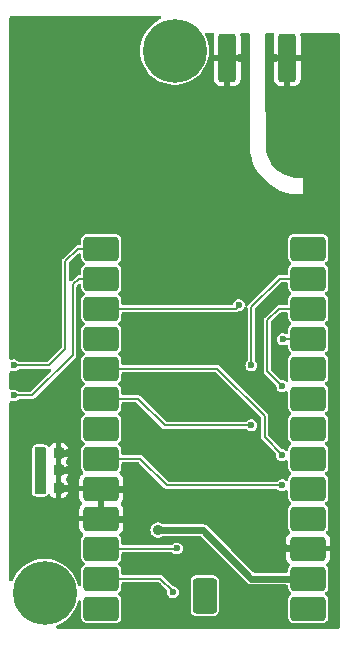
<source format=gbr>
%TF.GenerationSoftware,KiCad,Pcbnew,8.0.5*%
%TF.CreationDate,2024-10-25T02:08:45-07:00*%
%TF.ProjectId,ChungRF,4368756e-6752-4462-9e6b-696361645f70,R3*%
%TF.SameCoordinates,Original*%
%TF.FileFunction,Copper,L4,Bot*%
%TF.FilePolarity,Positive*%
%FSLAX46Y46*%
G04 Gerber Fmt 4.6, Leading zero omitted, Abs format (unit mm)*
G04 Created by KiCad (PCBNEW 8.0.5) date 2024-10-25 02:08:45*
%MOMM*%
%LPD*%
G01*
G04 APERTURE LIST*
G04 Aperture macros list*
%AMRoundRect*
0 Rectangle with rounded corners*
0 $1 Rounding radius*
0 $2 $3 $4 $5 $6 $7 $8 $9 X,Y pos of 4 corners*
0 Add a 4 corners polygon primitive as box body*
4,1,4,$2,$3,$4,$5,$6,$7,$8,$9,$2,$3,0*
0 Add four circle primitives for the rounded corners*
1,1,$1+$1,$2,$3*
1,1,$1+$1,$4,$5*
1,1,$1+$1,$6,$7*
1,1,$1+$1,$8,$9*
0 Add four rect primitives between the rounded corners*
20,1,$1+$1,$2,$3,$4,$5,0*
20,1,$1+$1,$4,$5,$6,$7,0*
20,1,$1+$1,$6,$7,$8,$9,0*
20,1,$1+$1,$8,$9,$2,$3,0*%
G04 Aperture macros list end*
%TA.AperFunction,ComponentPad*%
%ADD10C,0.800000*%
%TD*%
%TA.AperFunction,ComponentPad*%
%ADD11C,5.400000*%
%TD*%
%TA.AperFunction,SMDPad,CuDef*%
%ADD12RoundRect,0.228000X-0.532000X-1.802000X0.532000X-1.802000X0.532000X1.802000X-0.532000X1.802000X0*%
%TD*%
%TA.AperFunction,SMDPad,CuDef*%
%ADD13RoundRect,0.225000X-0.225000X-0.250000X0.225000X-0.250000X0.225000X0.250000X-0.225000X0.250000X0*%
%TD*%
%TA.AperFunction,SMDPad,CuDef*%
%ADD14RoundRect,0.250000X1.250000X-0.750000X1.250000X0.750000X-1.250000X0.750000X-1.250000X-0.750000X0*%
%TD*%
%TA.AperFunction,SMDPad,CuDef*%
%ADD15RoundRect,0.250000X-0.750000X-1.250000X0.750000X-1.250000X0.750000X1.250000X-0.750000X1.250000X0*%
%TD*%
%TA.AperFunction,ViaPad*%
%ADD16C,0.700000*%
%TD*%
%TA.AperFunction,ViaPad*%
%ADD17C,0.600000*%
%TD*%
%TA.AperFunction,ViaPad*%
%ADD18C,0.900000*%
%TD*%
%TA.AperFunction,Conductor*%
%ADD19C,0.200000*%
%TD*%
%TA.AperFunction,Conductor*%
%ADD20C,0.190000*%
%TD*%
%TA.AperFunction,Conductor*%
%ADD21C,0.600000*%
%TD*%
G04 APERTURE END LIST*
D10*
%TO.P,H1,1*%
%TO.N,N/C*%
X163524082Y-64650000D03*
X164117191Y-63218109D03*
X164117191Y-66081891D03*
X165549082Y-62625000D03*
D11*
X165549082Y-64650000D03*
D10*
X165549082Y-66675000D03*
X166980973Y-63218109D03*
X166980973Y-66081891D03*
X167574082Y-64650000D03*
%TD*%
%TO.P,H2,1*%
%TO.N,N/C*%
X152516891Y-110598109D03*
X153110000Y-109166218D03*
X153110000Y-112030000D03*
X154541891Y-108573109D03*
D11*
X154541891Y-110598109D03*
D10*
X154541891Y-112623109D03*
X155973782Y-109166218D03*
X155973782Y-112030000D03*
X156566891Y-110598109D03*
%TD*%
D12*
%TO.P,J2,2,Ext*%
%TO.N,GND*%
X170024984Y-65250000D03*
X175104984Y-65250000D03*
%TD*%
D13*
%TO.P,C3,1*%
%TO.N,VBUS*%
X154175000Y-98691410D03*
%TO.P,C3,2*%
%TO.N,GND*%
X155725000Y-98691410D03*
%TD*%
%TO.P,C2,1*%
%TO.N,VBUS*%
X154175000Y-100181410D03*
%TO.P,C2,2*%
%TO.N,GND*%
X155725000Y-100181410D03*
%TD*%
%TO.P,C1,1*%
%TO.N,VBUS*%
X154175000Y-101691410D03*
%TO.P,C1,2*%
%TO.N,GND*%
X155725000Y-101691410D03*
%TD*%
D14*
%TO.P,U1,1,USB_D+*%
%TO.N,unconnected-(U1-USB_D+-Pad1)*%
X159350000Y-111890000D03*
%TO.P,U1,2,D0*%
%TO.N,/CARFIO_SCL*%
X159350000Y-109350000D03*
%TO.P,U1,3,D1*%
%TO.N,/CARFIO_SDA*%
X159350000Y-106810000D03*
%TO.P,U1,4,GND*%
%TO.N,GND*%
X159350000Y-104270000D03*
%TO.P,U1,5,GND*%
X159350000Y-101730000D03*
%TO.P,U1,6,D2*%
%TO.N,/DIO1*%
X159350000Y-99190000D03*
%TO.P,U1,7,D3*%
%TO.N,unconnected-(U1-D3-Pad7)*%
X159350000Y-96650000D03*
%TO.P,U1,8,D4*%
%TO.N,/NRST*%
X159350000Y-94110000D03*
%TO.P,U1,9,D5*%
%TO.N,/BUSY*%
X159350000Y-91570000D03*
%TO.P,U1,10,D6*%
%TO.N,unconnected-(U1-D6-Pad10)*%
X159350000Y-89030000D03*
%TO.P,U1,11,D7*%
%TO.N,/NSS*%
X159350000Y-86490000D03*
%TO.P,U1,12,D8*%
%TO.N,/TXEN*%
X159350000Y-83950000D03*
%TO.P,U1,13,D9*%
%TO.N,/RXEN*%
X159350000Y-81410000D03*
%TO.P,U1,14,D10*%
%TO.N,unconnected-(U1-D10-Pad14)*%
X176850000Y-81410000D03*
%TO.P,U1,15,MOSI*%
%TO.N,/MOSI*%
X176850000Y-83950000D03*
%TO.P,U1,16,MISO*%
%TO.N,/MISO*%
X176850000Y-86490000D03*
%TO.P,U1,17,SCK*%
%TO.N,/SCK*%
X176850000Y-89030000D03*
%TO.P,U1,18,A0*%
%TO.N,unconnected-(U1-A0-Pad18)*%
X176850000Y-91570000D03*
%TO.P,U1,19,A1*%
%TO.N,unconnected-(U1-A1-Pad19)*%
X176850000Y-94110000D03*
%TO.P,U1,20,A2*%
%TO.N,unconnected-(U1-A2-Pad20)*%
X176850000Y-96650000D03*
%TO.P,U1,21,A3*%
%TO.N,unconnected-(U1-A3-Pad21)*%
X176850000Y-99190000D03*
%TO.P,U1,22,3v3*%
%TO.N,unconnected-(U1-3v3-Pad22)*%
X176850000Y-101730000D03*
%TO.P,U1,23,~{RESET}*%
%TO.N,unconnected-(U1-~{RESET}-Pad23)*%
X176850000Y-104270000D03*
%TO.P,U1,24,GND*%
%TO.N,GND*%
X176850000Y-106810000D03*
%TO.P,U1,25,RAW*%
%TO.N,VBUS*%
X176850000Y-109350000D03*
%TO.P,U1,26,USB_D-*%
%TO.N,unconnected-(U1-USB_D--Pad26)*%
X176850000Y-111890000D03*
D15*
%TO.P,U1,JMP,JMP*%
%TO.N,unconnected-(U1-PadJMP)*%
X168100000Y-110790000D03*
%TD*%
D16*
%TO.N,GND*%
X174000000Y-97150000D03*
D17*
%TO.N,/NSS*%
X171000000Y-86200000D03*
D16*
%TO.N,GND*%
X151919082Y-92550000D03*
X157100000Y-83050000D03*
D18*
X156700000Y-94050000D03*
D16*
X174600000Y-87800000D03*
D17*
%TO.N,/TXEN*%
X151950000Y-93850000D03*
%TO.N,/RXEN*%
X151951410Y-91301410D03*
D16*
%TO.N,GND*%
X178850000Y-112950000D03*
X161500000Y-112700000D03*
X174600000Y-85200000D03*
D18*
X174000000Y-94000000D03*
X174000000Y-79000000D03*
D17*
%TO.N,/SCK*%
X174700000Y-89100000D03*
%TO.N,/MISO*%
X174675000Y-93075000D03*
%TO.N,/MOSI*%
X172050000Y-91301410D03*
%TO.N,/BUSY*%
X174650000Y-98921410D03*
%TO.N,/NRST*%
X172050000Y-96381410D03*
%TO.N,/DIO1*%
X174650000Y-101461410D03*
D16*
%TO.N,GND*%
X171466310Y-71807946D03*
D18*
X174600000Y-104001410D03*
D16*
X174797501Y-77031690D03*
X174200000Y-74050000D03*
D18*
X164000000Y-99000000D03*
X169000000Y-89000000D03*
X164000000Y-69000000D03*
X178600000Y-63900000D03*
X161500000Y-104270000D03*
D16*
X173663660Y-70800000D03*
X173663660Y-68100000D03*
D18*
X152300000Y-82000000D03*
X159000000Y-74000000D03*
X175649082Y-78671410D03*
X164000000Y-79000000D03*
X169000000Y-74000000D03*
X169000000Y-69000000D03*
X174725000Y-106800000D03*
X159000000Y-69000000D03*
X159000000Y-62600000D03*
X164000000Y-89000000D03*
D16*
X171466310Y-69107946D03*
X175650000Y-77250000D03*
X171466310Y-70907946D03*
D18*
X170024984Y-68150000D03*
X166700000Y-112700000D03*
D16*
X174850000Y-74600000D03*
X175650000Y-74900000D03*
X171790200Y-74305988D03*
D18*
X164000000Y-74000000D03*
X164000000Y-104000000D03*
X169000000Y-94000000D03*
X164000000Y-84000000D03*
X155449082Y-73571410D03*
D16*
X171551807Y-73500802D03*
X173302284Y-76284240D03*
X174014984Y-65250000D03*
D18*
X155449082Y-76171410D03*
X155449082Y-104071410D03*
X169000000Y-108000000D03*
X161500000Y-101730000D03*
X169000000Y-84000000D03*
D16*
X172680585Y-75720756D03*
X173663660Y-69000000D03*
D18*
X175649082Y-73571410D03*
X169000000Y-79000000D03*
X152300000Y-108000000D03*
X164049082Y-110095000D03*
D16*
X171100000Y-65250000D03*
D18*
X157000000Y-101691410D03*
X156700000Y-100181410D03*
X175104984Y-68150000D03*
D16*
X172170973Y-75054072D03*
D18*
X155449082Y-78671410D03*
X178650000Y-69000000D03*
D16*
X171466310Y-68207946D03*
D18*
X174000000Y-112800000D03*
D16*
X173800000Y-73350000D03*
D18*
X164000000Y-94000000D03*
D16*
X173663660Y-72557437D03*
X173663660Y-71700000D03*
X174015702Y-76726063D03*
D18*
X153900000Y-62600000D03*
X156700000Y-98691410D03*
D16*
X171466310Y-72665383D03*
X173663660Y-69900000D03*
X171466310Y-70007946D03*
D18*
X169000000Y-99000000D03*
X169000000Y-104000000D03*
X159000000Y-79000000D03*
X155449082Y-88771410D03*
X152300000Y-69000000D03*
X155449082Y-86271410D03*
X152400000Y-64000000D03*
D17*
%TO.N,/CARFIO_SCL*%
X165400000Y-110500000D03*
%TO.N,/CARFIO_SDA*%
X165750000Y-106800000D03*
D18*
%TO.N,VBUS*%
X164150000Y-105250000D03*
X154150000Y-99400000D03*
X154150000Y-100950000D03*
D16*
%TO.N,GND*%
X174000000Y-100400000D03*
%TD*%
D19*
%TO.N,/NRST*%
X164706410Y-96381410D02*
X162435000Y-94110000D01*
X172050000Y-96381410D02*
X164706410Y-96381410D01*
X162435000Y-94110000D02*
X159350000Y-94110000D01*
%TO.N,/BUSY*%
X169170000Y-91570000D02*
X159350000Y-91570000D01*
X173200000Y-95600000D02*
X169170000Y-91570000D01*
X174650000Y-98850000D02*
X173200000Y-97400000D01*
X173200000Y-97400000D02*
X173200000Y-95600000D01*
X174650000Y-98921410D02*
X174650000Y-98850000D01*
D20*
%TO.N,/NSS*%
X170710000Y-86490000D02*
X159350000Y-86490000D01*
X171000000Y-86200000D02*
X170710000Y-86490000D01*
D19*
%TO.N,/MOSI*%
X174450000Y-83950000D02*
X176850000Y-83950000D01*
X172050000Y-86350000D02*
X174450000Y-83950000D01*
X172050000Y-91301410D02*
X172050000Y-86350000D01*
%TO.N,/DIO1*%
X162640000Y-99190000D02*
X159350000Y-99190000D01*
X164911410Y-101461410D02*
X162640000Y-99190000D01*
X174650000Y-101461410D02*
X164911410Y-101461410D01*
D20*
%TO.N,/CARFIO_SCL*%
X164357672Y-109350000D02*
X159350000Y-109350000D01*
X165400000Y-110500000D02*
X165400000Y-110392328D01*
X165400000Y-110392328D02*
X164357672Y-109350000D01*
D21*
%TO.N,VBUS*%
X167950000Y-105250000D02*
X172050000Y-109350000D01*
X172050000Y-109350000D02*
X176850000Y-109350000D01*
X164150000Y-105250000D02*
X167950000Y-105250000D01*
D19*
%TO.N,/SCK*%
X174770000Y-89030000D02*
X176850000Y-89030000D01*
X174700000Y-89100000D02*
X174770000Y-89030000D01*
%TO.N,/MISO*%
X173400000Y-87500000D02*
X174410000Y-86490000D01*
X173400000Y-91800000D02*
X173400000Y-87500000D01*
X174675000Y-93075000D02*
X173400000Y-91800000D01*
X174410000Y-86490000D02*
X176850000Y-86490000D01*
%TO.N,/RXEN*%
X157390000Y-81410000D02*
X159350000Y-81410000D01*
X156300000Y-82500000D02*
X157390000Y-81410000D01*
X156300000Y-89900000D02*
X156300000Y-82500000D01*
X151951410Y-91301410D02*
X154898590Y-91301410D01*
X154898590Y-91301410D02*
X156300000Y-89900000D01*
D21*
%TO.N,GND*%
X156700000Y-98691410D02*
X155725000Y-98691410D01*
X170024984Y-68125016D02*
X170000000Y-68150000D01*
X155725000Y-100181410D02*
X156700000Y-100181410D01*
X176875000Y-106800000D02*
X174725000Y-106800000D01*
X155725000Y-101691410D02*
X157000000Y-101691410D01*
X159350000Y-104270000D02*
X161500000Y-104270000D01*
X159350000Y-101730000D02*
X161500000Y-101730000D01*
D20*
%TO.N,/CARFIO_SDA*%
X165750000Y-106800000D02*
X165740000Y-106810000D01*
X165740000Y-106810000D02*
X159350000Y-106810000D01*
%TO.N,/TXEN*%
X156950000Y-90400000D02*
X156950000Y-84450000D01*
X153500000Y-93850000D02*
X156950000Y-90400000D01*
X151950000Y-93850000D02*
X153500000Y-93850000D01*
X156950000Y-84450000D02*
X157450000Y-83950000D01*
X157450000Y-83950000D02*
X159350000Y-83950000D01*
%TD*%
%TA.AperFunction,Conductor*%
%TO.N,GND*%
G36*
X164365213Y-61740462D02*
G01*
X164419751Y-61795000D01*
X164439713Y-61869500D01*
X164419751Y-61944000D01*
X164365213Y-61998538D01*
X164357584Y-62002651D01*
X164096379Y-62133832D01*
X163949693Y-62230309D01*
X163814088Y-62319498D01*
X163814086Y-62319499D01*
X163814085Y-62319500D01*
X163555266Y-62536674D01*
X163555261Y-62536680D01*
X163323412Y-62782424D01*
X163323409Y-62782428D01*
X163121641Y-63053449D01*
X162952707Y-63346051D01*
X162952705Y-63346055D01*
X162818883Y-63656289D01*
X162818881Y-63656296D01*
X162721984Y-63979954D01*
X162721982Y-63979964D01*
X162663312Y-64312695D01*
X162663310Y-64312709D01*
X162643666Y-64650000D01*
X162663310Y-64987290D01*
X162663312Y-64987304D01*
X162721982Y-65320035D01*
X162721984Y-65320045D01*
X162818881Y-65643703D01*
X162818883Y-65643710D01*
X162952705Y-65953944D01*
X162952707Y-65953948D01*
X163121642Y-66246552D01*
X163323404Y-66517565D01*
X163323406Y-66517567D01*
X163323409Y-66517571D01*
X163323412Y-66517575D01*
X163555261Y-66763319D01*
X163555266Y-66763325D01*
X163738074Y-66916718D01*
X163814088Y-66980502D01*
X164096374Y-67166164D01*
X164096379Y-67166167D01*
X164169495Y-67202887D01*
X164398306Y-67317800D01*
X164715799Y-67433358D01*
X165044562Y-67511276D01*
X165380147Y-67550500D01*
X165380150Y-67550500D01*
X165718014Y-67550500D01*
X165718017Y-67550500D01*
X166053602Y-67511276D01*
X166382365Y-67433358D01*
X166699858Y-67317800D01*
X167001790Y-67166164D01*
X167117773Y-67089881D01*
X168914985Y-67089881D01*
X168929861Y-67202887D01*
X168988101Y-67343493D01*
X169080748Y-67464234D01*
X169080749Y-67464235D01*
X169201490Y-67556882D01*
X169342101Y-67615124D01*
X169342098Y-67615124D01*
X169455094Y-67629999D01*
X169774984Y-67629999D01*
X170274984Y-67629999D01*
X170594865Y-67629999D01*
X170707871Y-67615122D01*
X170848477Y-67556882D01*
X170969218Y-67464235D01*
X170969219Y-67464234D01*
X171061866Y-67343493D01*
X171120108Y-67202883D01*
X171134983Y-67089892D01*
X171134984Y-67089888D01*
X171134984Y-65500000D01*
X170274984Y-65500000D01*
X170274984Y-67629999D01*
X169774984Y-67629999D01*
X169774984Y-65500000D01*
X168914985Y-65500000D01*
X168914985Y-67089881D01*
X167117773Y-67089881D01*
X167284076Y-66980502D01*
X167542899Y-66763323D01*
X167774760Y-66517565D01*
X167976522Y-66246552D01*
X168145457Y-65953948D01*
X168279280Y-65643711D01*
X168376182Y-65320035D01*
X168434853Y-64987298D01*
X168454498Y-64650000D01*
X168434853Y-64312702D01*
X168376182Y-63979965D01*
X168279280Y-63656289D01*
X168143740Y-63342071D01*
X168145028Y-63341515D01*
X168130730Y-63272232D01*
X168154997Y-63199021D01*
X168212619Y-63147752D01*
X168279477Y-63131910D01*
X168343860Y-63131910D01*
X168781708Y-63131910D01*
X168856208Y-63151872D01*
X168910746Y-63206410D01*
X168930708Y-63280910D01*
X168929433Y-63300358D01*
X168914984Y-63410107D01*
X168914984Y-65000000D01*
X171134983Y-65000000D01*
X171134983Y-63410118D01*
X171120534Y-63300357D01*
X171130603Y-63223888D01*
X171177556Y-63162699D01*
X171248813Y-63133184D01*
X171268260Y-63131910D01*
X171765849Y-63131910D01*
X171840349Y-63151872D01*
X171894887Y-63206410D01*
X171914848Y-63280909D01*
X171908100Y-67629999D01*
X171900000Y-72850004D01*
X171947561Y-73228913D01*
X171950000Y-73248346D01*
X172000000Y-73504814D01*
X172000005Y-73504839D01*
X172083333Y-73834135D01*
X172100000Y-73900000D01*
X172100002Y-73900006D01*
X172100003Y-73900008D01*
X172299997Y-74405083D01*
X172300003Y-74405096D01*
X172549995Y-74849992D01*
X172549997Y-74849995D01*
X172550000Y-74850000D01*
X173000000Y-75450000D01*
X173700000Y-76050000D01*
X174500000Y-76500000D01*
X175399996Y-76749999D01*
X175399997Y-76749999D01*
X175400000Y-76750000D01*
X176250000Y-76800000D01*
X176250009Y-76800000D01*
X176400000Y-76800000D01*
X176400000Y-75450000D01*
X176250000Y-75450000D01*
X175772741Y-75450000D01*
X175728298Y-75443217D01*
X174963624Y-75204256D01*
X174937426Y-75193229D01*
X174319255Y-74860368D01*
X174284537Y-74834537D01*
X173861999Y-74411999D01*
X173841006Y-74385610D01*
X173606081Y-74009730D01*
X173595480Y-73989454D01*
X173451349Y-73653147D01*
X173448789Y-73646771D01*
X173307423Y-73269795D01*
X173298378Y-73228919D01*
X173250439Y-72605707D01*
X173250000Y-72594279D01*
X173250000Y-72400021D01*
X173230669Y-67317800D01*
X173229802Y-67089881D01*
X173994985Y-67089881D01*
X174009861Y-67202887D01*
X174068101Y-67343493D01*
X174160748Y-67464234D01*
X174160749Y-67464235D01*
X174281490Y-67556882D01*
X174422101Y-67615124D01*
X174422098Y-67615124D01*
X174535094Y-67629999D01*
X174854984Y-67629999D01*
X175354984Y-67629999D01*
X175674865Y-67629999D01*
X175787871Y-67615122D01*
X175928477Y-67556882D01*
X176049218Y-67464235D01*
X176049219Y-67464234D01*
X176141866Y-67343493D01*
X176200108Y-67202883D01*
X176214983Y-67089892D01*
X176214984Y-67089888D01*
X176214984Y-65500000D01*
X175354984Y-65500000D01*
X175354984Y-67629999D01*
X174854984Y-67629999D01*
X174854984Y-65500000D01*
X173994985Y-65500000D01*
X173994985Y-67089881D01*
X173229802Y-67089881D01*
X173215317Y-63281476D01*
X173234996Y-63206901D01*
X173289326Y-63152157D01*
X173363749Y-63131911D01*
X173364316Y-63131910D01*
X173861708Y-63131910D01*
X173936208Y-63151872D01*
X173990746Y-63206410D01*
X174010708Y-63280910D01*
X174009433Y-63300358D01*
X173994984Y-63410107D01*
X173994984Y-65000000D01*
X176214983Y-65000000D01*
X176214983Y-63410118D01*
X176200534Y-63300357D01*
X176210603Y-63223888D01*
X176257556Y-63162699D01*
X176328813Y-63133184D01*
X176348260Y-63131910D01*
X179379582Y-63131910D01*
X179454082Y-63151872D01*
X179508620Y-63206410D01*
X179528582Y-63280910D01*
X179528582Y-113430500D01*
X179508620Y-113505000D01*
X179454082Y-113559538D01*
X179379582Y-113579500D01*
X155676103Y-113579500D01*
X155601603Y-113559538D01*
X155547065Y-113505000D01*
X155527103Y-113430500D01*
X155547065Y-113356000D01*
X155601603Y-113301462D01*
X155625142Y-113290486D01*
X155692667Y-113265909D01*
X155994599Y-113114273D01*
X156276885Y-112928611D01*
X156535708Y-112711432D01*
X156744148Y-112490499D01*
X156767560Y-112465684D01*
X156767563Y-112465680D01*
X156767569Y-112465674D01*
X156969331Y-112194661D01*
X157138266Y-111902057D01*
X157272089Y-111591820D01*
X157344966Y-111348393D01*
X157357760Y-111305659D01*
X157398250Y-111240014D01*
X157466138Y-111203409D01*
X157543234Y-111205653D01*
X157608879Y-111246143D01*
X157645484Y-111314031D01*
X157649500Y-111348393D01*
X157649500Y-112694275D01*
X157652353Y-112724695D01*
X157697207Y-112852883D01*
X157777848Y-112962148D01*
X157777851Y-112962151D01*
X157887116Y-113042792D01*
X157887117Y-113042792D01*
X157887118Y-113042793D01*
X158015301Y-113087646D01*
X158045734Y-113090500D01*
X158045741Y-113090500D01*
X160654259Y-113090500D01*
X160654266Y-113090500D01*
X160684699Y-113087646D01*
X160812882Y-113042793D01*
X160922150Y-112962150D01*
X161002793Y-112852882D01*
X161047646Y-112724699D01*
X161050500Y-112694266D01*
X161050500Y-111085734D01*
X161047646Y-111055301D01*
X161002793Y-110927118D01*
X160997116Y-110919426D01*
X160922151Y-110817851D01*
X160922148Y-110817848D01*
X160816511Y-110739885D01*
X160768422Y-110679584D01*
X160756927Y-110603318D01*
X160785105Y-110531521D01*
X160816511Y-110500115D01*
X160858074Y-110469439D01*
X160922150Y-110422150D01*
X161002793Y-110312882D01*
X161047646Y-110184699D01*
X161050500Y-110154266D01*
X161050500Y-109794500D01*
X161070462Y-109720000D01*
X161125000Y-109665462D01*
X161199500Y-109645500D01*
X164173554Y-109645500D01*
X164248054Y-109665462D01*
X164278913Y-109689141D01*
X164866179Y-110276407D01*
X164904743Y-110343202D01*
X164908303Y-110402971D01*
X164894353Y-110499996D01*
X164894353Y-110500003D01*
X164914834Y-110642454D01*
X164914834Y-110642455D01*
X164914835Y-110642457D01*
X164974623Y-110773373D01*
X165068872Y-110882143D01*
X165189947Y-110959953D01*
X165328039Y-111000500D01*
X165328041Y-111000500D01*
X165471959Y-111000500D01*
X165471961Y-111000500D01*
X165610053Y-110959953D01*
X165731128Y-110882143D01*
X165825377Y-110773373D01*
X165885165Y-110642457D01*
X165901115Y-110531521D01*
X165905647Y-110500003D01*
X165905647Y-110499996D01*
X165885165Y-110357545D01*
X165885165Y-110357543D01*
X165825377Y-110226627D01*
X165731128Y-110117857D01*
X165731127Y-110117856D01*
X165697465Y-110096223D01*
X165610053Y-110040047D01*
X165610050Y-110040046D01*
X165471963Y-109999499D01*
X165466282Y-109998683D01*
X165395382Y-109968320D01*
X165382131Y-109956559D01*
X164911296Y-109485724D01*
X166899500Y-109485724D01*
X166899500Y-112094275D01*
X166902353Y-112124695D01*
X166947207Y-112252883D01*
X167027848Y-112362148D01*
X167027851Y-112362151D01*
X167137116Y-112442792D01*
X167137117Y-112442792D01*
X167137118Y-112442793D01*
X167265301Y-112487646D01*
X167295734Y-112490500D01*
X167295741Y-112490500D01*
X168904259Y-112490500D01*
X168904266Y-112490500D01*
X168934699Y-112487646D01*
X169062882Y-112442793D01*
X169172150Y-112362150D01*
X169252793Y-112252882D01*
X169297646Y-112124699D01*
X169300500Y-112094266D01*
X169300500Y-109485734D01*
X169297646Y-109455301D01*
X169252793Y-109327118D01*
X169172150Y-109217850D01*
X169172148Y-109217848D01*
X169062883Y-109137207D01*
X168995245Y-109113540D01*
X168934699Y-109092354D01*
X168934697Y-109092353D01*
X168934695Y-109092353D01*
X168904275Y-109089500D01*
X168904266Y-109089500D01*
X167295734Y-109089500D01*
X167295724Y-109089500D01*
X167265304Y-109092353D01*
X167137116Y-109137207D01*
X167027851Y-109217848D01*
X167027848Y-109217851D01*
X166947207Y-109327116D01*
X166902353Y-109455304D01*
X166899500Y-109485724D01*
X164911296Y-109485724D01*
X164539112Y-109113540D01*
X164511580Y-109097645D01*
X164511579Y-109097644D01*
X164471735Y-109074639D01*
X164463792Y-109072510D01*
X164434153Y-109064569D01*
X164434151Y-109064568D01*
X164434149Y-109064567D01*
X164396579Y-109054500D01*
X164396576Y-109054500D01*
X164396575Y-109054500D01*
X161199500Y-109054500D01*
X161125000Y-109034538D01*
X161070462Y-108980000D01*
X161050500Y-108905500D01*
X161050500Y-108545741D01*
X161050499Y-108545724D01*
X161047646Y-108515304D01*
X161047646Y-108515301D01*
X161002793Y-108387118D01*
X160922150Y-108277850D01*
X160922148Y-108277848D01*
X160816511Y-108199885D01*
X160768422Y-108139584D01*
X160756927Y-108063318D01*
X160785105Y-107991521D01*
X160816511Y-107960115D01*
X160858074Y-107929439D01*
X160922150Y-107882150D01*
X161002793Y-107772882D01*
X161047646Y-107644699D01*
X161050500Y-107614266D01*
X161050500Y-107254500D01*
X161070462Y-107180000D01*
X161125000Y-107125462D01*
X161199500Y-107105500D01*
X165284415Y-107105500D01*
X165358915Y-107125462D01*
X165397022Y-107156927D01*
X165418872Y-107182143D01*
X165539947Y-107259953D01*
X165678039Y-107300500D01*
X165678041Y-107300500D01*
X165821959Y-107300500D01*
X165821961Y-107300500D01*
X165960053Y-107259953D01*
X166081128Y-107182143D01*
X166175377Y-107073373D01*
X166235165Y-106942457D01*
X166255647Y-106800000D01*
X166255647Y-106799996D01*
X166235165Y-106657545D01*
X166235165Y-106657543D01*
X166175377Y-106526627D01*
X166081128Y-106417857D01*
X166081127Y-106417856D01*
X166047465Y-106396223D01*
X165960053Y-106340047D01*
X165960050Y-106340046D01*
X165821967Y-106299501D01*
X165821962Y-106299500D01*
X165821961Y-106299500D01*
X165678039Y-106299500D01*
X165678037Y-106299500D01*
X165678032Y-106299501D01*
X165539949Y-106340046D01*
X165418872Y-106417856D01*
X165418870Y-106417859D01*
X165379692Y-106463074D01*
X165315819Y-106506305D01*
X165267085Y-106514500D01*
X161199500Y-106514500D01*
X161125000Y-106494538D01*
X161070462Y-106440000D01*
X161050500Y-106365500D01*
X161050500Y-106005741D01*
X161050499Y-106005724D01*
X161047646Y-105975304D01*
X161047646Y-105975301D01*
X161002793Y-105847118D01*
X160963694Y-105794141D01*
X160915520Y-105728866D01*
X160917129Y-105727678D01*
X160885602Y-105673071D01*
X160885602Y-105595943D01*
X160924166Y-105529148D01*
X160938819Y-105516297D01*
X161027926Y-105447922D01*
X161124099Y-105322589D01*
X161154166Y-105250000D01*
X163494722Y-105250000D01*
X163513763Y-105406820D01*
X163569779Y-105554522D01*
X163623311Y-105632076D01*
X163659517Y-105684530D01*
X163777760Y-105789283D01*
X163917635Y-105862696D01*
X164071015Y-105900500D01*
X164071017Y-105900500D01*
X164228983Y-105900500D01*
X164228985Y-105900500D01*
X164382365Y-105862696D01*
X164522240Y-105789283D01*
X164522700Y-105788875D01*
X164523717Y-105787975D01*
X164525230Y-105787219D01*
X164529658Y-105784163D01*
X164530091Y-105784791D01*
X164592717Y-105753512D01*
X164622525Y-105750500D01*
X167680968Y-105750500D01*
X167755468Y-105770462D01*
X167786327Y-105794141D01*
X171649500Y-109657314D01*
X171649499Y-109657314D01*
X171712186Y-109720000D01*
X171742686Y-109750500D01*
X171856814Y-109816392D01*
X171984108Y-109850500D01*
X175000500Y-109850500D01*
X175075000Y-109870462D01*
X175129538Y-109925000D01*
X175149500Y-109999500D01*
X175149500Y-110154275D01*
X175152353Y-110184695D01*
X175197207Y-110312883D01*
X175277848Y-110422148D01*
X175277851Y-110422151D01*
X175383488Y-110500115D01*
X175431577Y-110560416D01*
X175443072Y-110636683D01*
X175414894Y-110708479D01*
X175383488Y-110739885D01*
X175277851Y-110817848D01*
X175277848Y-110817851D01*
X175197207Y-110927116D01*
X175152353Y-111055304D01*
X175149500Y-111085724D01*
X175149500Y-112694275D01*
X175152353Y-112724695D01*
X175197207Y-112852883D01*
X175277848Y-112962148D01*
X175277851Y-112962151D01*
X175387116Y-113042792D01*
X175387117Y-113042792D01*
X175387118Y-113042793D01*
X175515301Y-113087646D01*
X175545734Y-113090500D01*
X175545741Y-113090500D01*
X178154259Y-113090500D01*
X178154266Y-113090500D01*
X178184699Y-113087646D01*
X178312882Y-113042793D01*
X178422150Y-112962150D01*
X178502793Y-112852882D01*
X178547646Y-112724699D01*
X178550500Y-112694266D01*
X178550500Y-111085734D01*
X178547646Y-111055301D01*
X178502793Y-110927118D01*
X178497116Y-110919426D01*
X178422151Y-110817851D01*
X178422148Y-110817848D01*
X178316511Y-110739885D01*
X178268422Y-110679584D01*
X178256927Y-110603318D01*
X178285105Y-110531521D01*
X178316511Y-110500115D01*
X178358074Y-110469439D01*
X178422150Y-110422150D01*
X178502793Y-110312882D01*
X178547646Y-110184699D01*
X178550500Y-110154266D01*
X178550500Y-108545734D01*
X178547646Y-108515301D01*
X178502793Y-108387118D01*
X178422150Y-108277850D01*
X178422151Y-108277850D01*
X178415520Y-108268866D01*
X178417129Y-108267678D01*
X178385602Y-108213071D01*
X178385602Y-108135943D01*
X178424166Y-108069148D01*
X178438819Y-108056297D01*
X178527926Y-107987922D01*
X178624099Y-107862589D01*
X178684557Y-107716628D01*
X178699999Y-107599328D01*
X178700000Y-107599323D01*
X178700000Y-107060000D01*
X175000001Y-107060000D01*
X175000001Y-107599328D01*
X175015443Y-107716629D01*
X175015443Y-107716631D01*
X175075900Y-107862589D01*
X175172073Y-107987922D01*
X175172077Y-107987926D01*
X175261180Y-108056298D01*
X175308132Y-108117488D01*
X175318199Y-108193956D01*
X175288683Y-108265213D01*
X175279165Y-108276066D01*
X175197207Y-108387116D01*
X175152353Y-108515304D01*
X175149500Y-108545724D01*
X175149500Y-108700500D01*
X175129538Y-108775000D01*
X175075000Y-108829538D01*
X175000500Y-108849500D01*
X172319032Y-108849500D01*
X172244532Y-108829538D01*
X172213673Y-108805859D01*
X170350268Y-106942454D01*
X168257314Y-104849500D01*
X168257311Y-104849498D01*
X168257310Y-104849497D01*
X168186514Y-104808623D01*
X168143186Y-104783608D01*
X168015892Y-104749500D01*
X164622525Y-104749500D01*
X164548025Y-104729538D01*
X164523717Y-104712025D01*
X164522241Y-104710718D01*
X164522242Y-104710718D01*
X164382363Y-104637303D01*
X164304591Y-104618134D01*
X164228985Y-104599500D01*
X164071015Y-104599500D01*
X164010359Y-104614450D01*
X163917636Y-104637303D01*
X163777760Y-104710716D01*
X163659516Y-104815470D01*
X163569779Y-104945477D01*
X163513763Y-105093179D01*
X163494722Y-105250000D01*
X161154166Y-105250000D01*
X161184557Y-105176628D01*
X161199999Y-105059328D01*
X161200000Y-105059323D01*
X161200000Y-104520000D01*
X157500001Y-104520000D01*
X157500001Y-105059328D01*
X157515443Y-105176629D01*
X157515443Y-105176631D01*
X157575900Y-105322589D01*
X157672073Y-105447922D01*
X157672077Y-105447926D01*
X157761180Y-105516298D01*
X157808132Y-105577488D01*
X157818199Y-105653956D01*
X157788683Y-105725213D01*
X157779165Y-105736066D01*
X157697207Y-105847116D01*
X157652353Y-105975304D01*
X157649500Y-106005724D01*
X157649500Y-107614275D01*
X157652353Y-107644695D01*
X157697207Y-107772883D01*
X157777848Y-107882148D01*
X157777851Y-107882151D01*
X157883488Y-107960115D01*
X157931577Y-108020416D01*
X157943072Y-108096683D01*
X157914894Y-108168479D01*
X157883488Y-108199885D01*
X157777851Y-108277848D01*
X157777848Y-108277851D01*
X157697207Y-108387116D01*
X157652353Y-108515304D01*
X157649500Y-108545724D01*
X157649500Y-109847824D01*
X157629538Y-109922324D01*
X157575000Y-109976862D01*
X157500500Y-109996824D01*
X157426000Y-109976862D01*
X157371462Y-109922324D01*
X157357760Y-109890558D01*
X157272091Y-109604405D01*
X157272089Y-109604398D01*
X157138267Y-109294164D01*
X157138266Y-109294161D01*
X156969331Y-109001557D01*
X156767569Y-108730544D01*
X156767565Y-108730540D01*
X156767563Y-108730537D01*
X156767560Y-108730533D01*
X156535711Y-108484789D01*
X156535706Y-108484783D01*
X156289092Y-108277850D01*
X156276885Y-108267607D01*
X155994599Y-108081945D01*
X155994593Y-108081941D01*
X155692672Y-107930311D01*
X155692669Y-107930310D01*
X155692668Y-107930309D01*
X155692667Y-107930309D01*
X155375174Y-107814751D01*
X155241552Y-107783082D01*
X155046417Y-107736834D01*
X155046413Y-107736833D01*
X155046411Y-107736833D01*
X154710826Y-107697609D01*
X154372956Y-107697609D01*
X154037371Y-107736833D01*
X154037369Y-107736833D01*
X154037364Y-107736834D01*
X153708604Y-107814752D01*
X153391112Y-107930310D01*
X153391109Y-107930311D01*
X153089188Y-108081941D01*
X153001547Y-108139584D01*
X152806897Y-108267607D01*
X152806895Y-108267608D01*
X152806894Y-108267609D01*
X152548075Y-108484783D01*
X152548070Y-108484789D01*
X152316221Y-108730533D01*
X152316218Y-108730537D01*
X152114450Y-109001558D01*
X151945516Y-109294160D01*
X151945514Y-109294164D01*
X151855396Y-109503083D01*
X151807559Y-109563583D01*
X151735880Y-109592059D01*
X151659566Y-109580881D01*
X151599066Y-109533044D01*
X151570590Y-109461365D01*
X151569582Y-109444067D01*
X151569582Y-103480671D01*
X157500000Y-103480671D01*
X157500000Y-104020000D01*
X159100000Y-104020000D01*
X159600000Y-104020000D01*
X161199999Y-104020000D01*
X161199999Y-103480679D01*
X161199998Y-103480671D01*
X161184556Y-103363370D01*
X161184556Y-103363368D01*
X161124099Y-103217410D01*
X161026874Y-103090706D01*
X160997358Y-103019449D01*
X161007425Y-102942981D01*
X161026874Y-102909294D01*
X161124099Y-102782589D01*
X161184557Y-102636628D01*
X161199999Y-102519328D01*
X161200000Y-102519323D01*
X161200000Y-101980000D01*
X159600000Y-101980000D01*
X159600000Y-104020000D01*
X159100000Y-104020000D01*
X159100000Y-101980000D01*
X157500001Y-101980000D01*
X157500001Y-102519328D01*
X157515443Y-102636629D01*
X157515443Y-102636631D01*
X157575900Y-102782589D01*
X157673125Y-102909294D01*
X157702641Y-102980551D01*
X157692574Y-103057019D01*
X157673125Y-103090706D01*
X157575901Y-103217410D01*
X157515442Y-103363371D01*
X157500000Y-103480671D01*
X151569582Y-103480671D01*
X151569582Y-98323991D01*
X153494500Y-98323991D01*
X153494500Y-102076013D01*
X153499195Y-102119676D01*
X153510409Y-102171224D01*
X153512887Y-102181365D01*
X153512891Y-102181376D01*
X153555900Y-102262085D01*
X153587325Y-102298352D01*
X153601655Y-102314889D01*
X153619246Y-102332843D01*
X153699063Y-102377490D01*
X153766102Y-102397175D01*
X153785686Y-102399990D01*
X153823991Y-102405499D01*
X153823997Y-102405499D01*
X153824000Y-102405500D01*
X153824001Y-102405500D01*
X154525996Y-102405500D01*
X154526000Y-102405500D01*
X154526004Y-102405499D01*
X154526013Y-102405499D01*
X154569676Y-102400804D01*
X154569677Y-102400803D01*
X154569684Y-102400803D01*
X154621195Y-102389597D01*
X154631373Y-102387110D01*
X154712085Y-102344100D01*
X154764889Y-102298345D01*
X154782843Y-102280754D01*
X154782844Y-102280751D01*
X154789316Y-102272289D01*
X154791987Y-102274331D01*
X154832698Y-102232479D01*
X154906915Y-102211488D01*
X154981684Y-102230418D01*
X155027185Y-102269767D01*
X155089906Y-102351505D01*
X155089907Y-102351506D01*
X155210018Y-102443672D01*
X155349897Y-102501611D01*
X155462304Y-102516409D01*
X155462308Y-102516410D01*
X155475000Y-102516410D01*
X155975000Y-102516410D01*
X155987692Y-102516410D01*
X155987695Y-102516409D01*
X156100102Y-102501611D01*
X156239981Y-102443672D01*
X156360092Y-102351506D01*
X156360096Y-102351502D01*
X156452262Y-102231391D01*
X156510201Y-102091512D01*
X156524999Y-101979105D01*
X156525000Y-101979101D01*
X156525000Y-101941410D01*
X155975000Y-101941410D01*
X155975000Y-102516410D01*
X155475000Y-102516410D01*
X155475000Y-101441410D01*
X155975000Y-101441410D01*
X156525000Y-101441410D01*
X156525000Y-101403718D01*
X156524999Y-101403714D01*
X156510201Y-101291307D01*
X156452263Y-101151430D01*
X156356872Y-101027117D01*
X156327356Y-100955860D01*
X156337422Y-100879392D01*
X156356872Y-100845703D01*
X156452263Y-100721389D01*
X156510201Y-100581512D01*
X156524999Y-100469105D01*
X156525000Y-100469101D01*
X156525000Y-100431410D01*
X155975000Y-100431410D01*
X155975000Y-101441410D01*
X155475000Y-101441410D01*
X155475000Y-99931410D01*
X155975000Y-99931410D01*
X156525000Y-99931410D01*
X156525000Y-99893718D01*
X156524999Y-99893714D01*
X156510201Y-99781307D01*
X156452262Y-99641428D01*
X156364546Y-99527116D01*
X156335030Y-99455859D01*
X156345097Y-99379391D01*
X156364546Y-99345704D01*
X156452262Y-99231391D01*
X156510201Y-99091512D01*
X156524999Y-98979105D01*
X156525000Y-98979101D01*
X156525000Y-98941410D01*
X155975000Y-98941410D01*
X155975000Y-99931410D01*
X155475000Y-99931410D01*
X155475000Y-98441410D01*
X155975000Y-98441410D01*
X156525000Y-98441410D01*
X156525000Y-98403718D01*
X156524999Y-98403714D01*
X156510201Y-98291307D01*
X156452262Y-98151428D01*
X156360096Y-98031317D01*
X156360092Y-98031313D01*
X156239981Y-97939147D01*
X156100102Y-97881208D01*
X155987695Y-97866410D01*
X155975000Y-97866410D01*
X155975000Y-98441410D01*
X155475000Y-98441410D01*
X155475000Y-97866410D01*
X155462304Y-97866410D01*
X155349897Y-97881208D01*
X155210018Y-97939147D01*
X155089907Y-98031313D01*
X155089902Y-98031318D01*
X155018795Y-98123985D01*
X154957605Y-98170937D01*
X154881137Y-98181003D01*
X154809880Y-98151486D01*
X154787981Y-98130853D01*
X154748355Y-98085122D01*
X154748337Y-98085103D01*
X154730753Y-98067156D01*
X154666683Y-98031318D01*
X154650937Y-98022510D01*
X154650935Y-98022509D01*
X154624716Y-98014810D01*
X154583898Y-98002825D01*
X154583893Y-98002824D01*
X154583889Y-98002823D01*
X154526008Y-97994500D01*
X154526000Y-97994500D01*
X153824000Y-97994500D01*
X153823986Y-97994500D01*
X153780323Y-97999195D01*
X153728775Y-98010409D01*
X153718634Y-98012887D01*
X153718623Y-98012891D01*
X153637914Y-98055900D01*
X153585119Y-98101647D01*
X153585103Y-98101662D01*
X153567156Y-98119246D01*
X153522510Y-98199063D01*
X153522509Y-98199064D01*
X153502823Y-98266110D01*
X153494500Y-98323991D01*
X151569582Y-98323991D01*
X151569582Y-94458969D01*
X151589544Y-94384469D01*
X151644082Y-94329931D01*
X151718582Y-94309969D01*
X151760556Y-94316004D01*
X151878039Y-94350500D01*
X151878041Y-94350500D01*
X152021959Y-94350500D01*
X152021961Y-94350500D01*
X152160053Y-94309953D01*
X152281128Y-94232143D01*
X152311643Y-94196927D01*
X152375516Y-94153695D01*
X152424250Y-94145500D01*
X153538901Y-94145500D01*
X153538904Y-94145500D01*
X153576481Y-94135431D01*
X153614059Y-94125362D01*
X153681441Y-94086459D01*
X153736459Y-94031441D01*
X157186459Y-90581441D01*
X157225362Y-90514059D01*
X157245500Y-90438903D01*
X157245500Y-84634118D01*
X157265462Y-84559618D01*
X157289141Y-84528759D01*
X157395141Y-84422759D01*
X157461936Y-84384195D01*
X157539064Y-84384195D01*
X157605859Y-84422759D01*
X157644423Y-84489554D01*
X157649500Y-84528118D01*
X157649500Y-84754275D01*
X157652353Y-84784695D01*
X157697207Y-84912883D01*
X157777848Y-85022148D01*
X157777851Y-85022151D01*
X157883488Y-85100115D01*
X157931577Y-85160416D01*
X157943072Y-85236683D01*
X157914894Y-85308479D01*
X157883488Y-85339885D01*
X157777851Y-85417848D01*
X157777848Y-85417851D01*
X157697207Y-85527116D01*
X157652353Y-85655304D01*
X157649500Y-85685724D01*
X157649500Y-87294275D01*
X157652353Y-87324695D01*
X157697207Y-87452883D01*
X157777848Y-87562148D01*
X157777851Y-87562151D01*
X157883488Y-87640115D01*
X157931577Y-87700416D01*
X157943072Y-87776683D01*
X157914894Y-87848479D01*
X157883488Y-87879885D01*
X157777851Y-87957848D01*
X157777848Y-87957851D01*
X157697207Y-88067116D01*
X157652353Y-88195304D01*
X157649500Y-88225724D01*
X157649500Y-89834275D01*
X157652353Y-89864695D01*
X157697207Y-89992883D01*
X157777848Y-90102148D01*
X157777851Y-90102151D01*
X157883488Y-90180115D01*
X157931577Y-90240416D01*
X157943072Y-90316683D01*
X157914894Y-90388479D01*
X157883488Y-90419885D01*
X157777851Y-90497848D01*
X157777848Y-90497851D01*
X157697207Y-90607116D01*
X157652353Y-90735304D01*
X157649500Y-90765724D01*
X157649500Y-92374275D01*
X157652353Y-92404695D01*
X157697207Y-92532883D01*
X157777848Y-92642148D01*
X157777851Y-92642151D01*
X157883488Y-92720115D01*
X157931577Y-92780416D01*
X157943072Y-92856683D01*
X157914894Y-92928479D01*
X157883488Y-92959885D01*
X157777851Y-93037848D01*
X157777848Y-93037851D01*
X157697207Y-93147116D01*
X157652353Y-93275304D01*
X157649500Y-93305724D01*
X157649500Y-94914275D01*
X157652353Y-94944695D01*
X157697207Y-95072883D01*
X157777848Y-95182148D01*
X157777851Y-95182151D01*
X157883488Y-95260115D01*
X157931577Y-95320416D01*
X157943072Y-95396683D01*
X157914894Y-95468479D01*
X157883488Y-95499885D01*
X157777851Y-95577848D01*
X157777848Y-95577851D01*
X157697207Y-95687116D01*
X157652353Y-95815304D01*
X157649500Y-95845724D01*
X157649500Y-97454275D01*
X157652353Y-97484695D01*
X157652353Y-97484697D01*
X157652354Y-97484699D01*
X157663303Y-97515989D01*
X157697207Y-97612883D01*
X157777848Y-97722148D01*
X157777851Y-97722151D01*
X157883488Y-97800115D01*
X157931577Y-97860416D01*
X157943072Y-97936683D01*
X157914894Y-98008479D01*
X157883488Y-98039885D01*
X157777851Y-98117848D01*
X157777848Y-98117851D01*
X157697207Y-98227116D01*
X157652353Y-98355304D01*
X157649500Y-98385724D01*
X157649500Y-99994275D01*
X157652353Y-100024695D01*
X157697207Y-100152883D01*
X157784480Y-100271134D01*
X157782870Y-100272322D01*
X157814397Y-100326928D01*
X157814397Y-100404056D01*
X157775833Y-100470851D01*
X157761181Y-100483701D01*
X157672074Y-100552076D01*
X157672073Y-100552077D01*
X157575900Y-100677410D01*
X157515442Y-100823371D01*
X157500000Y-100940671D01*
X157500000Y-101480000D01*
X161199999Y-101480000D01*
X161199999Y-100940679D01*
X161199998Y-100940671D01*
X161184556Y-100823370D01*
X161184556Y-100823368D01*
X161124099Y-100677410D01*
X161027926Y-100552077D01*
X161027922Y-100552073D01*
X160938819Y-100483701D01*
X160891867Y-100422511D01*
X160881800Y-100346043D01*
X160911316Y-100274786D01*
X160920835Y-100263931D01*
X160922148Y-100262150D01*
X160922150Y-100262150D01*
X161002793Y-100152882D01*
X161047646Y-100024699D01*
X161050500Y-99994266D01*
X161050500Y-99639500D01*
X161070462Y-99565000D01*
X161125000Y-99510462D01*
X161199500Y-99490500D01*
X162453811Y-99490500D01*
X162528311Y-99510462D01*
X162559170Y-99534141D01*
X164670950Y-101645921D01*
X164726899Y-101701870D01*
X164795421Y-101741431D01*
X164871848Y-101761910D01*
X174180082Y-101761910D01*
X174254582Y-101781872D01*
X174292688Y-101813335D01*
X174318872Y-101843553D01*
X174439947Y-101921363D01*
X174578039Y-101961910D01*
X174578041Y-101961910D01*
X174721959Y-101961910D01*
X174721961Y-101961910D01*
X174860053Y-101921363D01*
X174919948Y-101882870D01*
X174993410Y-101859388D01*
X175068775Y-101875782D01*
X175125847Y-101927663D01*
X175149331Y-102001129D01*
X175149500Y-102008219D01*
X175149500Y-102534275D01*
X175152353Y-102564695D01*
X175197207Y-102692883D01*
X175277848Y-102802148D01*
X175277851Y-102802151D01*
X175383488Y-102880115D01*
X175431577Y-102940416D01*
X175443072Y-103016683D01*
X175414894Y-103088479D01*
X175383488Y-103119885D01*
X175277851Y-103197848D01*
X175277848Y-103197851D01*
X175197207Y-103307116D01*
X175152353Y-103435304D01*
X175149500Y-103465724D01*
X175149500Y-105074275D01*
X175152353Y-105104695D01*
X175197207Y-105232883D01*
X175284480Y-105351134D01*
X175282870Y-105352322D01*
X175314397Y-105406928D01*
X175314397Y-105484056D01*
X175275833Y-105550851D01*
X175261181Y-105563701D01*
X175172074Y-105632076D01*
X175172073Y-105632077D01*
X175075900Y-105757410D01*
X175015442Y-105903371D01*
X175000000Y-106020671D01*
X175000000Y-106560000D01*
X178699999Y-106560000D01*
X178699999Y-106020679D01*
X178699998Y-106020671D01*
X178684556Y-105903370D01*
X178684556Y-105903368D01*
X178624099Y-105757410D01*
X178527926Y-105632077D01*
X178527922Y-105632073D01*
X178438819Y-105563701D01*
X178391867Y-105502511D01*
X178381800Y-105426043D01*
X178411316Y-105354786D01*
X178420835Y-105343931D01*
X178422148Y-105342150D01*
X178422150Y-105342150D01*
X178502793Y-105232882D01*
X178547646Y-105104699D01*
X178550500Y-105074266D01*
X178550500Y-103465734D01*
X178547646Y-103435301D01*
X178502793Y-103307118D01*
X178422150Y-103197850D01*
X178422148Y-103197848D01*
X178316511Y-103119885D01*
X178268422Y-103059584D01*
X178256927Y-102983318D01*
X178285105Y-102911521D01*
X178316511Y-102880115D01*
X178358074Y-102849439D01*
X178422150Y-102802150D01*
X178502793Y-102692882D01*
X178547646Y-102564699D01*
X178550500Y-102534266D01*
X178550500Y-100925734D01*
X178547646Y-100895301D01*
X178502793Y-100767118D01*
X178422150Y-100657850D01*
X178422148Y-100657848D01*
X178316511Y-100579885D01*
X178268422Y-100519584D01*
X178256927Y-100443318D01*
X178285105Y-100371521D01*
X178316511Y-100340115D01*
X178358074Y-100309439D01*
X178422150Y-100262150D01*
X178502793Y-100152882D01*
X178547646Y-100024699D01*
X178550500Y-99994266D01*
X178550500Y-98385734D01*
X178547646Y-98355301D01*
X178502793Y-98227118D01*
X178496526Y-98218627D01*
X178422151Y-98117851D01*
X178422148Y-98117848D01*
X178316511Y-98039885D01*
X178268422Y-97979584D01*
X178256927Y-97903318D01*
X178285105Y-97831521D01*
X178316511Y-97800115D01*
X178358074Y-97769439D01*
X178422150Y-97722150D01*
X178502793Y-97612882D01*
X178547646Y-97484699D01*
X178550500Y-97454266D01*
X178550500Y-95845734D01*
X178547646Y-95815301D01*
X178502793Y-95687118D01*
X178498152Y-95680830D01*
X178422151Y-95577851D01*
X178422148Y-95577848D01*
X178316511Y-95499885D01*
X178268422Y-95439584D01*
X178256927Y-95363318D01*
X178285105Y-95291521D01*
X178316511Y-95260115D01*
X178358074Y-95229439D01*
X178422150Y-95182150D01*
X178502793Y-95072882D01*
X178547646Y-94944699D01*
X178550500Y-94914266D01*
X178550500Y-93305734D01*
X178547646Y-93275301D01*
X178502793Y-93147118D01*
X178441703Y-93064344D01*
X178422151Y-93037851D01*
X178422148Y-93037848D01*
X178316511Y-92959885D01*
X178268422Y-92899584D01*
X178256927Y-92823318D01*
X178285105Y-92751521D01*
X178316511Y-92720115D01*
X178372287Y-92678950D01*
X178422150Y-92642150D01*
X178502793Y-92532882D01*
X178547646Y-92404699D01*
X178550500Y-92374266D01*
X178550500Y-90765734D01*
X178547646Y-90735301D01*
X178502793Y-90607118D01*
X178422150Y-90497850D01*
X178422148Y-90497848D01*
X178316511Y-90419885D01*
X178268422Y-90359584D01*
X178256927Y-90283318D01*
X178285105Y-90211521D01*
X178316511Y-90180115D01*
X178358074Y-90149439D01*
X178422150Y-90102150D01*
X178502793Y-89992882D01*
X178547646Y-89864699D01*
X178550500Y-89834266D01*
X178550500Y-88225734D01*
X178547646Y-88195301D01*
X178502793Y-88067118D01*
X178422150Y-87957850D01*
X178422148Y-87957848D01*
X178316511Y-87879885D01*
X178268422Y-87819584D01*
X178256927Y-87743318D01*
X178285105Y-87671521D01*
X178316511Y-87640115D01*
X178396839Y-87580830D01*
X178422150Y-87562150D01*
X178502793Y-87452882D01*
X178547646Y-87324699D01*
X178550500Y-87294266D01*
X178550500Y-85685734D01*
X178547646Y-85655301D01*
X178502793Y-85527118D01*
X178422150Y-85417850D01*
X178422148Y-85417848D01*
X178316511Y-85339885D01*
X178268422Y-85279584D01*
X178256927Y-85203318D01*
X178285105Y-85131521D01*
X178316511Y-85100115D01*
X178358074Y-85069439D01*
X178422150Y-85022150D01*
X178502793Y-84912882D01*
X178547646Y-84784699D01*
X178550500Y-84754266D01*
X178550500Y-83145734D01*
X178547646Y-83115301D01*
X178502793Y-82987118D01*
X178422150Y-82877850D01*
X178422148Y-82877848D01*
X178316511Y-82799885D01*
X178268422Y-82739584D01*
X178256927Y-82663318D01*
X178285105Y-82591521D01*
X178316511Y-82560115D01*
X178358074Y-82529439D01*
X178422150Y-82482150D01*
X178502793Y-82372882D01*
X178547646Y-82244699D01*
X178550500Y-82214266D01*
X178550500Y-80605734D01*
X178547646Y-80575301D01*
X178502793Y-80447118D01*
X178422150Y-80337850D01*
X178422148Y-80337848D01*
X178312883Y-80257207D01*
X178253042Y-80236268D01*
X178184699Y-80212354D01*
X178184697Y-80212353D01*
X178184695Y-80212353D01*
X178154275Y-80209500D01*
X178154266Y-80209500D01*
X175545734Y-80209500D01*
X175545724Y-80209500D01*
X175515304Y-80212353D01*
X175387116Y-80257207D01*
X175277851Y-80337848D01*
X175277848Y-80337851D01*
X175197207Y-80447116D01*
X175152353Y-80575304D01*
X175149500Y-80605724D01*
X175149500Y-82214275D01*
X175152353Y-82244695D01*
X175197207Y-82372883D01*
X175277848Y-82482148D01*
X175277851Y-82482151D01*
X175383488Y-82560115D01*
X175431577Y-82620416D01*
X175443072Y-82696683D01*
X175414894Y-82768479D01*
X175383488Y-82799885D01*
X175277851Y-82877848D01*
X175277848Y-82877851D01*
X175197207Y-82987116D01*
X175152353Y-83115304D01*
X175149500Y-83145724D01*
X175149500Y-83500500D01*
X175129538Y-83575000D01*
X175075000Y-83629538D01*
X175000500Y-83649500D01*
X174410435Y-83649500D01*
X174349001Y-83665961D01*
X174334012Y-83669978D01*
X174334011Y-83669978D01*
X174334009Y-83669979D01*
X174265492Y-83709537D01*
X171865489Y-86109540D01*
X171809539Y-86165489D01*
X171777517Y-86220953D01*
X171722979Y-86275490D01*
X171648479Y-86295452D01*
X171573979Y-86275489D01*
X171519442Y-86220951D01*
X171500997Y-86167656D01*
X171485166Y-86057545D01*
X171425377Y-85926628D01*
X171425377Y-85926627D01*
X171331128Y-85817857D01*
X171331127Y-85817856D01*
X171297465Y-85796223D01*
X171210053Y-85740047D01*
X171210050Y-85740046D01*
X171071967Y-85699501D01*
X171071962Y-85699500D01*
X171071961Y-85699500D01*
X170928039Y-85699500D01*
X170928037Y-85699500D01*
X170928032Y-85699501D01*
X170789949Y-85740046D01*
X170668872Y-85817856D01*
X170668870Y-85817859D01*
X170574622Y-85926628D01*
X170514834Y-86057545D01*
X170513517Y-86066706D01*
X170483155Y-86137606D01*
X170421411Y-86183827D01*
X170366034Y-86194500D01*
X161199500Y-86194500D01*
X161125000Y-86174538D01*
X161070462Y-86120000D01*
X161050500Y-86045500D01*
X161050500Y-85685741D01*
X161050499Y-85685724D01*
X161047646Y-85655304D01*
X161047646Y-85655301D01*
X161002793Y-85527118D01*
X160922150Y-85417850D01*
X160922148Y-85417848D01*
X160816511Y-85339885D01*
X160768422Y-85279584D01*
X160756927Y-85203318D01*
X160785105Y-85131521D01*
X160816511Y-85100115D01*
X160858074Y-85069439D01*
X160922150Y-85022150D01*
X161002793Y-84912882D01*
X161047646Y-84784699D01*
X161050500Y-84754266D01*
X161050500Y-83145734D01*
X161047646Y-83115301D01*
X161002793Y-82987118D01*
X160922150Y-82877850D01*
X160922148Y-82877848D01*
X160816511Y-82799885D01*
X160768422Y-82739584D01*
X160756927Y-82663318D01*
X160785105Y-82591521D01*
X160816511Y-82560115D01*
X160858074Y-82529439D01*
X160922150Y-82482150D01*
X161002793Y-82372882D01*
X161047646Y-82244699D01*
X161050500Y-82214266D01*
X161050500Y-80605734D01*
X161047646Y-80575301D01*
X161002793Y-80447118D01*
X160922150Y-80337850D01*
X160922148Y-80337848D01*
X160812883Y-80257207D01*
X160753042Y-80236268D01*
X160684699Y-80212354D01*
X160684697Y-80212353D01*
X160684695Y-80212353D01*
X160654275Y-80209500D01*
X160654266Y-80209500D01*
X158045734Y-80209500D01*
X158045724Y-80209500D01*
X158015304Y-80212353D01*
X157887116Y-80257207D01*
X157777851Y-80337848D01*
X157777848Y-80337851D01*
X157697207Y-80447116D01*
X157652353Y-80575304D01*
X157649500Y-80605724D01*
X157649500Y-80960500D01*
X157629538Y-81035000D01*
X157575000Y-81089538D01*
X157500500Y-81109500D01*
X157350435Y-81109500D01*
X157289001Y-81125961D01*
X157274012Y-81129978D01*
X157274011Y-81129978D01*
X157274009Y-81129979D01*
X157205492Y-81169537D01*
X156115489Y-82259540D01*
X156059540Y-82315488D01*
X156019979Y-82384011D01*
X155999500Y-82460437D01*
X155999500Y-89713811D01*
X155979538Y-89788311D01*
X155955859Y-89819170D01*
X154817760Y-90957269D01*
X154750965Y-90995833D01*
X154712401Y-91000910D01*
X152421328Y-91000910D01*
X152346828Y-90980948D01*
X152308721Y-90949484D01*
X152282538Y-90919267D01*
X152282537Y-90919266D01*
X152248875Y-90897633D01*
X152161463Y-90841457D01*
X152161460Y-90841456D01*
X152023377Y-90800911D01*
X152023372Y-90800910D01*
X152023371Y-90800910D01*
X151879449Y-90800910D01*
X151879448Y-90800910D01*
X151832137Y-90814801D01*
X151760558Y-90835819D01*
X151683454Y-90837654D01*
X151615760Y-90800690D01*
X151575617Y-90734832D01*
X151569582Y-90692854D01*
X151569582Y-61869500D01*
X151589544Y-61795000D01*
X151644082Y-61740462D01*
X151718582Y-61720500D01*
X164290713Y-61720500D01*
X164365213Y-61740462D01*
G37*
%TD.AperFunction*%
%TA.AperFunction,Conductor*%
G36*
X169058311Y-91890462D02*
G01*
X169089170Y-91914141D01*
X172855859Y-95680830D01*
X172894423Y-95747625D01*
X172899500Y-95786189D01*
X172899500Y-97439562D01*
X172919979Y-97515989D01*
X172959540Y-97584511D01*
X174110731Y-98735702D01*
X174149295Y-98802497D01*
X174152856Y-98862263D01*
X174144353Y-98921410D01*
X174144353Y-98921413D01*
X174164834Y-99063864D01*
X174164834Y-99063865D01*
X174164835Y-99063867D01*
X174224623Y-99194783D01*
X174318872Y-99303553D01*
X174439947Y-99381363D01*
X174578039Y-99421910D01*
X174578041Y-99421910D01*
X174721959Y-99421910D01*
X174721961Y-99421910D01*
X174860053Y-99381363D01*
X174919948Y-99342870D01*
X174993410Y-99319388D01*
X175068775Y-99335782D01*
X175125847Y-99387663D01*
X175149331Y-99461129D01*
X175149500Y-99468219D01*
X175149500Y-99994275D01*
X175152353Y-100024695D01*
X175197207Y-100152883D01*
X175277848Y-100262148D01*
X175277851Y-100262151D01*
X175383488Y-100340115D01*
X175431577Y-100400416D01*
X175443072Y-100476683D01*
X175414894Y-100548479D01*
X175383488Y-100579885D01*
X175277851Y-100657848D01*
X175277848Y-100657851D01*
X175197207Y-100767116D01*
X175152353Y-100895304D01*
X175149217Y-100928748D01*
X175122387Y-101001059D01*
X175062995Y-101050267D01*
X174986957Y-101063186D01*
X174920314Y-101040184D01*
X174860053Y-101001457D01*
X174858698Y-101001059D01*
X174721967Y-100960911D01*
X174721962Y-100960910D01*
X174721961Y-100960910D01*
X174578039Y-100960910D01*
X174578037Y-100960910D01*
X174578032Y-100960911D01*
X174439949Y-101001456D01*
X174318872Y-101079266D01*
X174318870Y-101079269D01*
X174292689Y-101109484D01*
X174228815Y-101152715D01*
X174180082Y-101160910D01*
X165097599Y-101160910D01*
X165023099Y-101140948D01*
X164992240Y-101117269D01*
X162824511Y-98949540D01*
X162824328Y-98949434D01*
X162824328Y-98949433D01*
X162755990Y-98909979D01*
X162679562Y-98889500D01*
X161199500Y-98889500D01*
X161125000Y-98869538D01*
X161070462Y-98815000D01*
X161050500Y-98740500D01*
X161050500Y-98385741D01*
X161050499Y-98385724D01*
X161047646Y-98355304D01*
X161047646Y-98355301D01*
X161002793Y-98227118D01*
X160996526Y-98218627D01*
X160922151Y-98117851D01*
X160922148Y-98117848D01*
X160816511Y-98039885D01*
X160768422Y-97979584D01*
X160756927Y-97903318D01*
X160785105Y-97831521D01*
X160816511Y-97800115D01*
X160858074Y-97769439D01*
X160922150Y-97722150D01*
X161002793Y-97612882D01*
X161047646Y-97484699D01*
X161050500Y-97454266D01*
X161050500Y-95845734D01*
X161047646Y-95815301D01*
X161002793Y-95687118D01*
X160998152Y-95680830D01*
X160922151Y-95577851D01*
X160922148Y-95577848D01*
X160816511Y-95499885D01*
X160768422Y-95439584D01*
X160756927Y-95363318D01*
X160785105Y-95291521D01*
X160816511Y-95260115D01*
X160858074Y-95229439D01*
X160922150Y-95182150D01*
X161002793Y-95072882D01*
X161047646Y-94944699D01*
X161050500Y-94914266D01*
X161050500Y-94559500D01*
X161070462Y-94485000D01*
X161125000Y-94430462D01*
X161199500Y-94410500D01*
X162248811Y-94410500D01*
X162323311Y-94430462D01*
X162354170Y-94454141D01*
X164465950Y-96565921D01*
X164521899Y-96621870D01*
X164590421Y-96661431D01*
X164666848Y-96681910D01*
X171580082Y-96681910D01*
X171654582Y-96701872D01*
X171692688Y-96733335D01*
X171718872Y-96763553D01*
X171839947Y-96841363D01*
X171978039Y-96881910D01*
X171978041Y-96881910D01*
X172121959Y-96881910D01*
X172121961Y-96881910D01*
X172260053Y-96841363D01*
X172381128Y-96763553D01*
X172475377Y-96654783D01*
X172535165Y-96523867D01*
X172555647Y-96381410D01*
X172555647Y-96381406D01*
X172535165Y-96238955D01*
X172535165Y-96238953D01*
X172475377Y-96108037D01*
X172381128Y-95999267D01*
X172381127Y-95999266D01*
X172347465Y-95977633D01*
X172260053Y-95921457D01*
X172260050Y-95921456D01*
X172121967Y-95880911D01*
X172121962Y-95880910D01*
X172121961Y-95880910D01*
X171978039Y-95880910D01*
X171978037Y-95880910D01*
X171978032Y-95880911D01*
X171839949Y-95921456D01*
X171718872Y-95999266D01*
X171718870Y-95999269D01*
X171692689Y-96029484D01*
X171628815Y-96072715D01*
X171580082Y-96080910D01*
X164892599Y-96080910D01*
X164818099Y-96060948D01*
X164787240Y-96037269D01*
X162619511Y-93869540D01*
X162550989Y-93829979D01*
X162474562Y-93809500D01*
X161199500Y-93809500D01*
X161125000Y-93789538D01*
X161070462Y-93735000D01*
X161050500Y-93660500D01*
X161050500Y-93305741D01*
X161050499Y-93305724D01*
X161047646Y-93275304D01*
X161047646Y-93275301D01*
X161002793Y-93147118D01*
X160941703Y-93064344D01*
X160922151Y-93037851D01*
X160922148Y-93037848D01*
X160816511Y-92959885D01*
X160768422Y-92899584D01*
X160756927Y-92823318D01*
X160785105Y-92751521D01*
X160816511Y-92720115D01*
X160872287Y-92678950D01*
X160922150Y-92642150D01*
X161002793Y-92532882D01*
X161047646Y-92404699D01*
X161050500Y-92374266D01*
X161050500Y-92019500D01*
X161070462Y-91945000D01*
X161125000Y-91890462D01*
X161199500Y-91870500D01*
X168983811Y-91870500D01*
X169058311Y-91890462D01*
G37*
%TD.AperFunction*%
%TA.AperFunction,Conductor*%
G36*
X175075000Y-84270462D02*
G01*
X175129538Y-84325000D01*
X175149500Y-84399500D01*
X175149500Y-84754275D01*
X175152353Y-84784695D01*
X175197207Y-84912883D01*
X175277848Y-85022148D01*
X175277851Y-85022151D01*
X175383488Y-85100115D01*
X175431577Y-85160416D01*
X175443072Y-85236683D01*
X175414894Y-85308479D01*
X175383488Y-85339885D01*
X175277851Y-85417848D01*
X175277848Y-85417851D01*
X175197207Y-85527116D01*
X175152353Y-85655304D01*
X175149500Y-85685724D01*
X175149500Y-86040500D01*
X175129538Y-86115000D01*
X175075000Y-86169538D01*
X175000500Y-86189500D01*
X174370435Y-86189500D01*
X174309001Y-86205961D01*
X174294012Y-86209978D01*
X174294011Y-86209978D01*
X174294009Y-86209979D01*
X174225492Y-86249537D01*
X173215489Y-87259540D01*
X173159540Y-87315488D01*
X173119979Y-87384011D01*
X173101525Y-87452882D01*
X173099500Y-87460438D01*
X173099500Y-91839562D01*
X173119979Y-91915989D01*
X173159540Y-91984511D01*
X174126755Y-92951726D01*
X174165319Y-93018521D01*
X174168051Y-93064344D01*
X174169353Y-93064344D01*
X174169353Y-93075003D01*
X174189834Y-93217454D01*
X174189834Y-93217455D01*
X174189835Y-93217457D01*
X174249623Y-93348373D01*
X174343872Y-93457143D01*
X174464947Y-93534953D01*
X174603039Y-93575500D01*
X174603041Y-93575500D01*
X174746959Y-93575500D01*
X174746961Y-93575500D01*
X174885053Y-93534953D01*
X174919947Y-93512527D01*
X174993408Y-93489044D01*
X175068774Y-93505438D01*
X175125846Y-93557318D01*
X175149331Y-93630783D01*
X175149500Y-93637875D01*
X175149500Y-94914275D01*
X175152353Y-94944695D01*
X175197207Y-95072883D01*
X175277848Y-95182148D01*
X175277851Y-95182151D01*
X175383488Y-95260115D01*
X175431577Y-95320416D01*
X175443072Y-95396683D01*
X175414894Y-95468479D01*
X175383488Y-95499885D01*
X175277851Y-95577848D01*
X175277848Y-95577851D01*
X175197207Y-95687116D01*
X175152353Y-95815304D01*
X175149500Y-95845724D01*
X175149500Y-97454275D01*
X175152353Y-97484695D01*
X175152353Y-97484697D01*
X175152354Y-97484699D01*
X175163303Y-97515989D01*
X175197207Y-97612883D01*
X175277848Y-97722148D01*
X175277851Y-97722151D01*
X175383488Y-97800115D01*
X175431577Y-97860416D01*
X175443072Y-97936683D01*
X175414894Y-98008479D01*
X175383488Y-98039885D01*
X175277851Y-98117848D01*
X175277848Y-98117851D01*
X175197207Y-98227116D01*
X175152353Y-98355304D01*
X175149217Y-98388748D01*
X175122387Y-98461059D01*
X175062995Y-98510267D01*
X174986957Y-98523186D01*
X174920314Y-98500184D01*
X174860053Y-98461457D01*
X174858698Y-98461059D01*
X174721967Y-98420911D01*
X174721962Y-98420910D01*
X174721961Y-98420910D01*
X174721959Y-98420910D01*
X174707599Y-98420910D01*
X174633099Y-98400948D01*
X174602240Y-98377269D01*
X173544141Y-97319170D01*
X173505577Y-97252375D01*
X173500500Y-97213811D01*
X173500500Y-95560439D01*
X173500499Y-95560435D01*
X173480022Y-95484012D01*
X173440460Y-95415489D01*
X169354511Y-91329540D01*
X169285989Y-91289979D01*
X169209562Y-91269500D01*
X161199500Y-91269500D01*
X161125000Y-91249538D01*
X161070462Y-91195000D01*
X161050500Y-91120500D01*
X161050500Y-90765741D01*
X161050499Y-90765724D01*
X161047646Y-90735304D01*
X161047646Y-90735301D01*
X161002793Y-90607118D01*
X160922150Y-90497850D01*
X160922148Y-90497848D01*
X160816511Y-90419885D01*
X160768422Y-90359584D01*
X160756927Y-90283318D01*
X160785105Y-90211521D01*
X160816511Y-90180115D01*
X160858074Y-90149439D01*
X160922150Y-90102150D01*
X161002793Y-89992882D01*
X161047646Y-89864699D01*
X161050500Y-89834266D01*
X161050500Y-88225734D01*
X161047646Y-88195301D01*
X161002793Y-88067118D01*
X160922150Y-87957850D01*
X160922148Y-87957848D01*
X160816511Y-87879885D01*
X160768422Y-87819584D01*
X160756927Y-87743318D01*
X160785105Y-87671521D01*
X160816511Y-87640115D01*
X160896839Y-87580830D01*
X160922150Y-87562150D01*
X161002793Y-87452882D01*
X161047646Y-87324699D01*
X161050500Y-87294266D01*
X161050500Y-86934500D01*
X161070462Y-86860000D01*
X161125000Y-86805462D01*
X161199500Y-86785500D01*
X170748901Y-86785500D01*
X170748904Y-86785500D01*
X170806671Y-86770021D01*
X170824059Y-86765362D01*
X170891441Y-86726459D01*
X170891442Y-86726457D01*
X170899898Y-86721576D01*
X170901575Y-86724480D01*
X170956427Y-86701771D01*
X170975850Y-86700500D01*
X171071959Y-86700500D01*
X171071961Y-86700500D01*
X171210053Y-86659953D01*
X171331128Y-86582143D01*
X171425377Y-86473373D01*
X171464965Y-86386687D01*
X171514072Y-86327213D01*
X171586337Y-86300260D01*
X171662397Y-86313050D01*
X171721872Y-86362157D01*
X171748825Y-86434422D01*
X171749500Y-86448585D01*
X171749500Y-90828346D01*
X171729538Y-90902846D01*
X171713108Y-90925919D01*
X171624622Y-91028038D01*
X171564834Y-91158955D01*
X171544353Y-91301406D01*
X171544353Y-91301413D01*
X171564834Y-91443864D01*
X171564834Y-91443865D01*
X171564835Y-91443867D01*
X171624623Y-91574783D01*
X171718872Y-91683553D01*
X171839947Y-91761363D01*
X171978039Y-91801910D01*
X171978041Y-91801910D01*
X172121959Y-91801910D01*
X172121961Y-91801910D01*
X172260053Y-91761363D01*
X172381128Y-91683553D01*
X172475377Y-91574783D01*
X172535165Y-91443867D01*
X172555647Y-91301410D01*
X172555647Y-91301406D01*
X172535165Y-91158955D01*
X172535165Y-91158953D01*
X172475377Y-91028037D01*
X172386892Y-90925919D01*
X172353192Y-90856543D01*
X172350500Y-90828346D01*
X172350500Y-86536189D01*
X172370462Y-86461689D01*
X172394141Y-86430830D01*
X174530830Y-84294141D01*
X174597625Y-84255577D01*
X174636189Y-84250500D01*
X175000500Y-84250500D01*
X175075000Y-84270462D01*
G37*
%TD.AperFunction*%
%TA.AperFunction,Conductor*%
G36*
X154948054Y-91602338D02*
G01*
X155013677Y-91602334D01*
X155080474Y-91640893D01*
X155119042Y-91707686D01*
X155119047Y-91784814D01*
X155080488Y-91851611D01*
X155080481Y-91851618D01*
X153421241Y-93510859D01*
X153354446Y-93549423D01*
X153315882Y-93554500D01*
X152424250Y-93554500D01*
X152349750Y-93534538D01*
X152311643Y-93503073D01*
X152281133Y-93467862D01*
X152281127Y-93467856D01*
X152247465Y-93446223D01*
X152160053Y-93390047D01*
X152160050Y-93390046D01*
X152021967Y-93349501D01*
X152021962Y-93349500D01*
X152021961Y-93349500D01*
X151878039Y-93349500D01*
X151878038Y-93349500D01*
X151831824Y-93363069D01*
X151760558Y-93383995D01*
X151683454Y-93385830D01*
X151615760Y-93348866D01*
X151575617Y-93283008D01*
X151569582Y-93241030D01*
X151569582Y-91909965D01*
X151589544Y-91835465D01*
X151644082Y-91780927D01*
X151718582Y-91760965D01*
X151760556Y-91767000D01*
X151879449Y-91801910D01*
X151879451Y-91801910D01*
X152023369Y-91801910D01*
X152023371Y-91801910D01*
X152161463Y-91761363D01*
X152282538Y-91683553D01*
X152308721Y-91653335D01*
X152372595Y-91610105D01*
X152421328Y-91601910D01*
X154938147Y-91601910D01*
X154938152Y-91601910D01*
X154938156Y-91601908D01*
X154947830Y-91600635D01*
X154948054Y-91602338D01*
G37*
%TD.AperFunction*%
%TA.AperFunction,Conductor*%
G36*
X175075000Y-86810462D02*
G01*
X175129538Y-86865000D01*
X175149500Y-86939500D01*
X175149500Y-87294275D01*
X175152353Y-87324695D01*
X175197207Y-87452883D01*
X175277848Y-87562148D01*
X175277851Y-87562151D01*
X175383488Y-87640115D01*
X175431577Y-87700416D01*
X175443072Y-87776683D01*
X175414894Y-87848479D01*
X175383488Y-87879885D01*
X175277851Y-87957848D01*
X175277848Y-87957851D01*
X175197207Y-88067116D01*
X175152353Y-88195304D01*
X175149500Y-88225724D01*
X175149500Y-88521057D01*
X175129538Y-88595557D01*
X175075000Y-88650095D01*
X175000500Y-88670057D01*
X174926000Y-88650095D01*
X174919948Y-88646406D01*
X174910051Y-88640046D01*
X174771967Y-88599501D01*
X174771962Y-88599500D01*
X174771961Y-88599500D01*
X174628039Y-88599500D01*
X174628037Y-88599500D01*
X174628032Y-88599501D01*
X174489949Y-88640046D01*
X174368872Y-88717856D01*
X174368870Y-88717859D01*
X174274622Y-88826628D01*
X174214834Y-88957545D01*
X174194353Y-89099996D01*
X174194353Y-89100003D01*
X174214834Y-89242454D01*
X174214834Y-89242455D01*
X174214835Y-89242457D01*
X174274623Y-89373373D01*
X174368872Y-89482143D01*
X174489947Y-89559953D01*
X174628039Y-89600500D01*
X174628041Y-89600500D01*
X174771959Y-89600500D01*
X174771961Y-89600500D01*
X174910053Y-89559953D01*
X174919946Y-89553594D01*
X174993408Y-89530111D01*
X175068774Y-89546505D01*
X175125846Y-89598385D01*
X175149331Y-89671850D01*
X175149500Y-89678942D01*
X175149500Y-89834275D01*
X175152353Y-89864695D01*
X175197207Y-89992883D01*
X175277848Y-90102148D01*
X175277851Y-90102151D01*
X175383488Y-90180115D01*
X175431577Y-90240416D01*
X175443072Y-90316683D01*
X175414894Y-90388479D01*
X175383488Y-90419885D01*
X175277851Y-90497848D01*
X175277848Y-90497851D01*
X175197207Y-90607116D01*
X175152353Y-90735304D01*
X175149500Y-90765724D01*
X175149500Y-92374275D01*
X175152353Y-92404695D01*
X175181887Y-92489100D01*
X175187650Y-92566012D01*
X175154185Y-92635502D01*
X175090459Y-92678950D01*
X175013547Y-92684713D01*
X174960693Y-92663658D01*
X174885053Y-92615047D01*
X174885050Y-92615046D01*
X174746967Y-92574501D01*
X174746962Y-92574500D01*
X174746961Y-92574500D01*
X174661189Y-92574500D01*
X174586689Y-92554538D01*
X174555830Y-92530859D01*
X173744141Y-91719170D01*
X173705577Y-91652375D01*
X173700500Y-91613811D01*
X173700500Y-87686189D01*
X173720462Y-87611689D01*
X173744141Y-87580830D01*
X174490830Y-86834141D01*
X174557625Y-86795577D01*
X174596189Y-86790500D01*
X175000500Y-86790500D01*
X175075000Y-86810462D01*
G37*
%TD.AperFunction*%
%TA.AperFunction,Conductor*%
G36*
X157605859Y-81829830D02*
G01*
X157644423Y-81896625D01*
X157649500Y-81935189D01*
X157649500Y-82214275D01*
X157652353Y-82244695D01*
X157697207Y-82372883D01*
X157777848Y-82482148D01*
X157777851Y-82482151D01*
X157883488Y-82560115D01*
X157931577Y-82620416D01*
X157943072Y-82696683D01*
X157914894Y-82768479D01*
X157883488Y-82799885D01*
X157777851Y-82877848D01*
X157777848Y-82877851D01*
X157697207Y-82987116D01*
X157652353Y-83115304D01*
X157649500Y-83145724D01*
X157649500Y-83505500D01*
X157629538Y-83580000D01*
X157575000Y-83634538D01*
X157500500Y-83654500D01*
X157411097Y-83654500D01*
X157335939Y-83674638D01*
X157275490Y-83709538D01*
X157275491Y-83709539D01*
X157268558Y-83713541D01*
X156854859Y-84127241D01*
X156788064Y-84165805D01*
X156710936Y-84165805D01*
X156644141Y-84127241D01*
X156605577Y-84060446D01*
X156600500Y-84021882D01*
X156600500Y-82686189D01*
X156620462Y-82611689D01*
X156644141Y-82580830D01*
X157395141Y-81829830D01*
X157461936Y-81791266D01*
X157539064Y-81791266D01*
X157605859Y-81829830D01*
G37*
%TD.AperFunction*%
%TD*%
%TA.AperFunction,Conductor*%
%TO.N,VBUS*%
G36*
X154593039Y-98219685D02*
G01*
X154638794Y-98272489D01*
X154650000Y-98324000D01*
X154650000Y-102076000D01*
X154630315Y-102143039D01*
X154577511Y-102188794D01*
X154526000Y-102200000D01*
X153824000Y-102200000D01*
X153756961Y-102180315D01*
X153711206Y-102127511D01*
X153700000Y-102076000D01*
X153700000Y-98324000D01*
X153719685Y-98256961D01*
X153772489Y-98211206D01*
X153824000Y-98200000D01*
X154526000Y-98200000D01*
X154593039Y-98219685D01*
G37*
%TD.AperFunction*%
%TD*%
M02*

</source>
